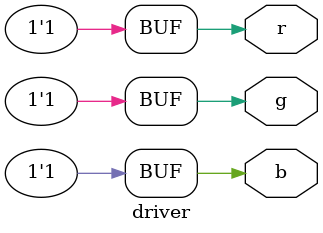
<source format=v>
module driver (
	output wire r, g, b
);

	assign {r, g, b} = 3'b111;

endmodule

</source>
